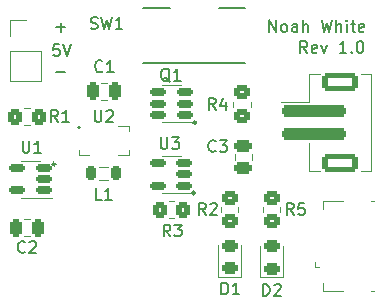
<source format=gto>
G04 #@! TF.GenerationSoftware,KiCad,Pcbnew,(6.0.10)*
G04 #@! TF.CreationDate,2023-02-14T21:15:34-05:00*
G04 #@! TF.ProjectId,lipo_charger,6c69706f-5f63-4686-9172-6765722e6b69,rev?*
G04 #@! TF.SameCoordinates,Original*
G04 #@! TF.FileFunction,Legend,Top*
G04 #@! TF.FilePolarity,Positive*
%FSLAX46Y46*%
G04 Gerber Fmt 4.6, Leading zero omitted, Abs format (unit mm)*
G04 Created by KiCad (PCBNEW (6.0.10)) date 2023-02-14 21:15:34*
%MOMM*%
%LPD*%
G01*
G04 APERTURE LIST*
G04 Aperture macros list*
%AMRoundRect*
0 Rectangle with rounded corners*
0 $1 Rounding radius*
0 $2 $3 $4 $5 $6 $7 $8 $9 X,Y pos of 4 corners*
0 Add a 4 corners polygon primitive as box body*
4,1,4,$2,$3,$4,$5,$6,$7,$8,$9,$2,$3,0*
0 Add four circle primitives for the rounded corners*
1,1,$1+$1,$2,$3*
1,1,$1+$1,$4,$5*
1,1,$1+$1,$6,$7*
1,1,$1+$1,$8,$9*
0 Add four rect primitives between the rounded corners*
20,1,$1+$1,$2,$3,$4,$5,0*
20,1,$1+$1,$4,$5,$6,$7,0*
20,1,$1+$1,$6,$7,$8,$9,0*
20,1,$1+$1,$8,$9,$2,$3,0*%
G04 Aperture macros list end*
%ADD10C,0.215129*%
%ADD11C,0.150000*%
%ADD12C,0.120000*%
%ADD13C,0.160000*%
%ADD14R,1.700000X1.700000*%
%ADD15O,1.700000X1.700000*%
%ADD16RoundRect,0.150000X0.512500X0.150000X-0.512500X0.150000X-0.512500X-0.150000X0.512500X-0.150000X0*%
%ADD17RoundRect,0.250000X-2.500000X0.250000X-2.500000X-0.250000X2.500000X-0.250000X2.500000X0.250000X0*%
%ADD18RoundRect,0.250000X-1.250000X0.550000X-1.250000X-0.550000X1.250000X-0.550000X1.250000X0.550000X0*%
%ADD19O,2.200000X3.500000*%
%ADD20R,1.500000X2.500000*%
%ADD21O,1.500000X2.500000*%
%ADD22RoundRect,0.250000X0.250000X0.475000X-0.250000X0.475000X-0.250000X-0.475000X0.250000X-0.475000X0*%
%ADD23RoundRect,0.250000X-0.350000X-0.450000X0.350000X-0.450000X0.350000X0.450000X-0.350000X0.450000X0*%
%ADD24RoundRect,0.250000X-0.450000X0.350000X-0.450000X-0.350000X0.450000X-0.350000X0.450000X0.350000X0*%
%ADD25RoundRect,0.243750X0.456250X-0.243750X0.456250X0.243750X-0.456250X0.243750X-0.456250X-0.243750X0*%
%ADD26R,0.750000X0.300000*%
%ADD27R,1.600000X1.500000*%
%ADD28RoundRect,0.218750X-0.218750X-0.381250X0.218750X-0.381250X0.218750X0.381250X-0.218750X0.381250X0*%
%ADD29RoundRect,0.250000X0.475000X-0.250000X0.475000X0.250000X-0.475000X0.250000X-0.475000X-0.250000X0*%
%ADD30R,1.400000X0.400000*%
%ADD31O,1.900000X1.050000*%
%ADD32R,1.900000X1.750000*%
%ADD33R,1.450000X1.150000*%
G04 APERTURE END LIST*
D10*
X149807564Y-111500000D02*
G75*
G03*
X149807564Y-111500000I-107564J0D01*
G01*
X149707564Y-117460200D02*
G75*
G03*
X149707564Y-117460200I-107564J0D01*
G01*
X137899164Y-115021800D02*
G75*
G03*
X137899164Y-115021800I-107564J0D01*
G01*
D11*
X138239523Y-104862380D02*
X137763333Y-104862380D01*
X137715714Y-105338571D01*
X137763333Y-105290952D01*
X137858571Y-105243333D01*
X138096666Y-105243333D01*
X138191904Y-105290952D01*
X138239523Y-105338571D01*
X138287142Y-105433809D01*
X138287142Y-105671904D01*
X138239523Y-105767142D01*
X138191904Y-105814761D01*
X138096666Y-105862380D01*
X137858571Y-105862380D01*
X137763333Y-105814761D01*
X137715714Y-105767142D01*
X138572857Y-104862380D02*
X138906190Y-105862380D01*
X139239523Y-104862380D01*
X137998247Y-103449428D02*
X138760152Y-103449428D01*
X138379200Y-103830380D02*
X138379200Y-103068476D01*
X159218571Y-105608380D02*
X158885238Y-105132190D01*
X158647142Y-105608380D02*
X158647142Y-104608380D01*
X159028095Y-104608380D01*
X159123333Y-104656000D01*
X159170952Y-104703619D01*
X159218571Y-104798857D01*
X159218571Y-104941714D01*
X159170952Y-105036952D01*
X159123333Y-105084571D01*
X159028095Y-105132190D01*
X158647142Y-105132190D01*
X160028095Y-105560761D02*
X159932857Y-105608380D01*
X159742380Y-105608380D01*
X159647142Y-105560761D01*
X159599523Y-105465523D01*
X159599523Y-105084571D01*
X159647142Y-104989333D01*
X159742380Y-104941714D01*
X159932857Y-104941714D01*
X160028095Y-104989333D01*
X160075714Y-105084571D01*
X160075714Y-105179809D01*
X159599523Y-105275047D01*
X160409047Y-104941714D02*
X160647142Y-105608380D01*
X160885238Y-104941714D01*
X162551904Y-105608380D02*
X161980476Y-105608380D01*
X162266190Y-105608380D02*
X162266190Y-104608380D01*
X162170952Y-104751238D01*
X162075714Y-104846476D01*
X161980476Y-104894095D01*
X162980476Y-105513142D02*
X163028095Y-105560761D01*
X162980476Y-105608380D01*
X162932857Y-105560761D01*
X162980476Y-105513142D01*
X162980476Y-105608380D01*
X163647142Y-104608380D02*
X163742380Y-104608380D01*
X163837619Y-104656000D01*
X163885238Y-104703619D01*
X163932857Y-104798857D01*
X163980476Y-104989333D01*
X163980476Y-105227428D01*
X163932857Y-105417904D01*
X163885238Y-105513142D01*
X163837619Y-105560761D01*
X163742380Y-105608380D01*
X163647142Y-105608380D01*
X163551904Y-105560761D01*
X163504285Y-105513142D01*
X163456666Y-105417904D01*
X163409047Y-105227428D01*
X163409047Y-104989333D01*
X163456666Y-104798857D01*
X163504285Y-104703619D01*
X163551904Y-104656000D01*
X163647142Y-104608380D01*
X156020000Y-103830380D02*
X156020000Y-102830380D01*
X156591428Y-103830380D01*
X156591428Y-102830380D01*
X157210476Y-103830380D02*
X157115238Y-103782761D01*
X157067619Y-103735142D01*
X157020000Y-103639904D01*
X157020000Y-103354190D01*
X157067619Y-103258952D01*
X157115238Y-103211333D01*
X157210476Y-103163714D01*
X157353333Y-103163714D01*
X157448571Y-103211333D01*
X157496190Y-103258952D01*
X157543809Y-103354190D01*
X157543809Y-103639904D01*
X157496190Y-103735142D01*
X157448571Y-103782761D01*
X157353333Y-103830380D01*
X157210476Y-103830380D01*
X158400952Y-103830380D02*
X158400952Y-103306571D01*
X158353333Y-103211333D01*
X158258095Y-103163714D01*
X158067619Y-103163714D01*
X157972380Y-103211333D01*
X158400952Y-103782761D02*
X158305714Y-103830380D01*
X158067619Y-103830380D01*
X157972380Y-103782761D01*
X157924761Y-103687523D01*
X157924761Y-103592285D01*
X157972380Y-103497047D01*
X158067619Y-103449428D01*
X158305714Y-103449428D01*
X158400952Y-103401809D01*
X158877142Y-103830380D02*
X158877142Y-102830380D01*
X159305714Y-103830380D02*
X159305714Y-103306571D01*
X159258095Y-103211333D01*
X159162857Y-103163714D01*
X159020000Y-103163714D01*
X158924761Y-103211333D01*
X158877142Y-103258952D01*
X160448571Y-102830380D02*
X160686666Y-103830380D01*
X160877142Y-103116095D01*
X161067619Y-103830380D01*
X161305714Y-102830380D01*
X161686666Y-103830380D02*
X161686666Y-102830380D01*
X162115238Y-103830380D02*
X162115238Y-103306571D01*
X162067619Y-103211333D01*
X161972380Y-103163714D01*
X161829523Y-103163714D01*
X161734285Y-103211333D01*
X161686666Y-103258952D01*
X162591428Y-103830380D02*
X162591428Y-103163714D01*
X162591428Y-102830380D02*
X162543809Y-102878000D01*
X162591428Y-102925619D01*
X162639047Y-102878000D01*
X162591428Y-102830380D01*
X162591428Y-102925619D01*
X162924761Y-103163714D02*
X163305714Y-103163714D01*
X163067619Y-102830380D02*
X163067619Y-103687523D01*
X163115238Y-103782761D01*
X163210476Y-103830380D01*
X163305714Y-103830380D01*
X164020000Y-103782761D02*
X163924761Y-103830380D01*
X163734285Y-103830380D01*
X163639047Y-103782761D01*
X163591428Y-103687523D01*
X163591428Y-103306571D01*
X163639047Y-103211333D01*
X163734285Y-103163714D01*
X163924761Y-103163714D01*
X164020000Y-103211333D01*
X164067619Y-103306571D01*
X164067619Y-103401809D01*
X163591428Y-103497047D01*
X137998247Y-107259428D02*
X138760152Y-107259428D01*
X135138095Y-113052380D02*
X135138095Y-113861904D01*
X135185714Y-113957142D01*
X135233333Y-114004761D01*
X135328571Y-114052380D01*
X135519047Y-114052380D01*
X135614285Y-114004761D01*
X135661904Y-113957142D01*
X135709523Y-113861904D01*
X135709523Y-113052380D01*
X136709523Y-114052380D02*
X136138095Y-114052380D01*
X136423809Y-114052380D02*
X136423809Y-113052380D01*
X136328571Y-113195238D01*
X136233333Y-113290476D01*
X136138095Y-113338095D01*
X140906666Y-103528761D02*
X141049523Y-103576380D01*
X141287619Y-103576380D01*
X141382857Y-103528761D01*
X141430476Y-103481142D01*
X141478095Y-103385904D01*
X141478095Y-103290666D01*
X141430476Y-103195428D01*
X141382857Y-103147809D01*
X141287619Y-103100190D01*
X141097142Y-103052571D01*
X141001904Y-103004952D01*
X140954285Y-102957333D01*
X140906666Y-102862095D01*
X140906666Y-102766857D01*
X140954285Y-102671619D01*
X141001904Y-102624000D01*
X141097142Y-102576380D01*
X141335238Y-102576380D01*
X141478095Y-102624000D01*
X141811428Y-102576380D02*
X142049523Y-103576380D01*
X142240000Y-102862095D01*
X142430476Y-103576380D01*
X142668571Y-102576380D01*
X143573333Y-103576380D02*
X143001904Y-103576380D01*
X143287619Y-103576380D02*
X143287619Y-102576380D01*
X143192380Y-102719238D01*
X143097142Y-102814476D01*
X143001904Y-102862095D01*
X135333333Y-122437142D02*
X135285714Y-122484761D01*
X135142857Y-122532380D01*
X135047619Y-122532380D01*
X134904761Y-122484761D01*
X134809523Y-122389523D01*
X134761904Y-122294285D01*
X134714285Y-122103809D01*
X134714285Y-121960952D01*
X134761904Y-121770476D01*
X134809523Y-121675238D01*
X134904761Y-121580000D01*
X135047619Y-121532380D01*
X135142857Y-121532380D01*
X135285714Y-121580000D01*
X135333333Y-121627619D01*
X135714285Y-121627619D02*
X135761904Y-121580000D01*
X135857142Y-121532380D01*
X136095238Y-121532380D01*
X136190476Y-121580000D01*
X136238095Y-121627619D01*
X136285714Y-121722857D01*
X136285714Y-121818095D01*
X136238095Y-121960952D01*
X135666666Y-122532380D01*
X136285714Y-122532380D01*
X147604761Y-108047619D02*
X147509523Y-108000000D01*
X147414285Y-107904761D01*
X147271428Y-107761904D01*
X147176190Y-107714285D01*
X147080952Y-107714285D01*
X147128571Y-107952380D02*
X147033333Y-107904761D01*
X146938095Y-107809523D01*
X146890476Y-107619047D01*
X146890476Y-107285714D01*
X146938095Y-107095238D01*
X147033333Y-107000000D01*
X147128571Y-106952380D01*
X147319047Y-106952380D01*
X147414285Y-107000000D01*
X147509523Y-107095238D01*
X147557142Y-107285714D01*
X147557142Y-107619047D01*
X147509523Y-107809523D01*
X147414285Y-107904761D01*
X147319047Y-107952380D01*
X147128571Y-107952380D01*
X148509523Y-107952380D02*
X147938095Y-107952380D01*
X148223809Y-107952380D02*
X148223809Y-106952380D01*
X148128571Y-107095238D01*
X148033333Y-107190476D01*
X147938095Y-107238095D01*
X147633333Y-121152380D02*
X147300000Y-120676190D01*
X147061904Y-121152380D02*
X147061904Y-120152380D01*
X147442857Y-120152380D01*
X147538095Y-120200000D01*
X147585714Y-120247619D01*
X147633333Y-120342857D01*
X147633333Y-120485714D01*
X147585714Y-120580952D01*
X147538095Y-120628571D01*
X147442857Y-120676190D01*
X147061904Y-120676190D01*
X147966666Y-120152380D02*
X148585714Y-120152380D01*
X148252380Y-120533333D01*
X148395238Y-120533333D01*
X148490476Y-120580952D01*
X148538095Y-120628571D01*
X148585714Y-120723809D01*
X148585714Y-120961904D01*
X148538095Y-121057142D01*
X148490476Y-121104761D01*
X148395238Y-121152380D01*
X148109523Y-121152380D01*
X148014285Y-121104761D01*
X147966666Y-121057142D01*
X138127333Y-111452380D02*
X137794000Y-110976190D01*
X137555904Y-111452380D02*
X137555904Y-110452380D01*
X137936857Y-110452380D01*
X138032095Y-110500000D01*
X138079714Y-110547619D01*
X138127333Y-110642857D01*
X138127333Y-110785714D01*
X138079714Y-110880952D01*
X138032095Y-110928571D01*
X137936857Y-110976190D01*
X137555904Y-110976190D01*
X139079714Y-111452380D02*
X138508285Y-111452380D01*
X138794000Y-111452380D02*
X138794000Y-110452380D01*
X138698761Y-110595238D01*
X138603523Y-110690476D01*
X138508285Y-110738095D01*
X150633333Y-119324380D02*
X150300000Y-118848190D01*
X150061904Y-119324380D02*
X150061904Y-118324380D01*
X150442857Y-118324380D01*
X150538095Y-118372000D01*
X150585714Y-118419619D01*
X150633333Y-118514857D01*
X150633333Y-118657714D01*
X150585714Y-118752952D01*
X150538095Y-118800571D01*
X150442857Y-118848190D01*
X150061904Y-118848190D01*
X151014285Y-118419619D02*
X151061904Y-118372000D01*
X151157142Y-118324380D01*
X151395238Y-118324380D01*
X151490476Y-118372000D01*
X151538095Y-118419619D01*
X151585714Y-118514857D01*
X151585714Y-118610095D01*
X151538095Y-118752952D01*
X150966666Y-119324380D01*
X151585714Y-119324380D01*
X151961904Y-126052380D02*
X151961904Y-125052380D01*
X152200000Y-125052380D01*
X152342857Y-125100000D01*
X152438095Y-125195238D01*
X152485714Y-125290476D01*
X152533333Y-125480952D01*
X152533333Y-125623809D01*
X152485714Y-125814285D01*
X152438095Y-125909523D01*
X152342857Y-126004761D01*
X152200000Y-126052380D01*
X151961904Y-126052380D01*
X153485714Y-126052380D02*
X152914285Y-126052380D01*
X153200000Y-126052380D02*
X153200000Y-125052380D01*
X153104761Y-125195238D01*
X153009523Y-125290476D01*
X152914285Y-125338095D01*
X141224095Y-110450380D02*
X141224095Y-111259904D01*
X141271714Y-111355142D01*
X141319333Y-111402761D01*
X141414571Y-111450380D01*
X141605047Y-111450380D01*
X141700285Y-111402761D01*
X141747904Y-111355142D01*
X141795523Y-111259904D01*
X141795523Y-110450380D01*
X142224095Y-110545619D02*
X142271714Y-110498000D01*
X142366952Y-110450380D01*
X142605047Y-110450380D01*
X142700285Y-110498000D01*
X142747904Y-110545619D01*
X142795523Y-110640857D01*
X142795523Y-110736095D01*
X142747904Y-110878952D01*
X142176476Y-111450380D01*
X142795523Y-111450380D01*
X155471904Y-126182380D02*
X155471904Y-125182380D01*
X155710000Y-125182380D01*
X155852857Y-125230000D01*
X155948095Y-125325238D01*
X155995714Y-125420476D01*
X156043333Y-125610952D01*
X156043333Y-125753809D01*
X155995714Y-125944285D01*
X155948095Y-126039523D01*
X155852857Y-126134761D01*
X155710000Y-126182380D01*
X155471904Y-126182380D01*
X156424285Y-125277619D02*
X156471904Y-125230000D01*
X156567142Y-125182380D01*
X156805238Y-125182380D01*
X156900476Y-125230000D01*
X156948095Y-125277619D01*
X156995714Y-125372857D01*
X156995714Y-125468095D01*
X156948095Y-125610952D01*
X156376666Y-126182380D01*
X156995714Y-126182380D01*
X141819333Y-118054380D02*
X141343142Y-118054380D01*
X141343142Y-117054380D01*
X142676476Y-118054380D02*
X142105047Y-118054380D01*
X142390761Y-118054380D02*
X142390761Y-117054380D01*
X142295523Y-117197238D01*
X142200285Y-117292476D01*
X142105047Y-117340095D01*
X151471333Y-113895142D02*
X151423714Y-113942761D01*
X151280857Y-113990380D01*
X151185619Y-113990380D01*
X151042761Y-113942761D01*
X150947523Y-113847523D01*
X150899904Y-113752285D01*
X150852285Y-113561809D01*
X150852285Y-113418952D01*
X150899904Y-113228476D01*
X150947523Y-113133238D01*
X151042761Y-113038000D01*
X151185619Y-112990380D01*
X151280857Y-112990380D01*
X151423714Y-113038000D01*
X151471333Y-113085619D01*
X151804666Y-112990380D02*
X152423714Y-112990380D01*
X152090380Y-113371333D01*
X152233238Y-113371333D01*
X152328476Y-113418952D01*
X152376095Y-113466571D01*
X152423714Y-113561809D01*
X152423714Y-113799904D01*
X152376095Y-113895142D01*
X152328476Y-113942761D01*
X152233238Y-113990380D01*
X151947523Y-113990380D01*
X151852285Y-113942761D01*
X151804666Y-113895142D01*
X146812095Y-112736380D02*
X146812095Y-113545904D01*
X146859714Y-113641142D01*
X146907333Y-113688761D01*
X147002571Y-113736380D01*
X147193047Y-113736380D01*
X147288285Y-113688761D01*
X147335904Y-113641142D01*
X147383523Y-113545904D01*
X147383523Y-112736380D01*
X147764476Y-112736380D02*
X148383523Y-112736380D01*
X148050190Y-113117333D01*
X148193047Y-113117333D01*
X148288285Y-113164952D01*
X148335904Y-113212571D01*
X148383523Y-113307809D01*
X148383523Y-113545904D01*
X148335904Y-113641142D01*
X148288285Y-113688761D01*
X148193047Y-113736380D01*
X147907333Y-113736380D01*
X147812095Y-113688761D01*
X147764476Y-113641142D01*
X151471333Y-110434380D02*
X151138000Y-109958190D01*
X150899904Y-110434380D02*
X150899904Y-109434380D01*
X151280857Y-109434380D01*
X151376095Y-109482000D01*
X151423714Y-109529619D01*
X151471333Y-109624857D01*
X151471333Y-109767714D01*
X151423714Y-109862952D01*
X151376095Y-109910571D01*
X151280857Y-109958190D01*
X150899904Y-109958190D01*
X152328476Y-109767714D02*
X152328476Y-110434380D01*
X152090380Y-109386761D02*
X151852285Y-110101047D01*
X152471333Y-110101047D01*
X158075333Y-119324380D02*
X157742000Y-118848190D01*
X157503904Y-119324380D02*
X157503904Y-118324380D01*
X157884857Y-118324380D01*
X157980095Y-118372000D01*
X158027714Y-118419619D01*
X158075333Y-118514857D01*
X158075333Y-118657714D01*
X158027714Y-118752952D01*
X157980095Y-118800571D01*
X157884857Y-118848190D01*
X157503904Y-118848190D01*
X158980095Y-118324380D02*
X158503904Y-118324380D01*
X158456285Y-118800571D01*
X158503904Y-118752952D01*
X158599142Y-118705333D01*
X158837238Y-118705333D01*
X158932476Y-118752952D01*
X158980095Y-118800571D01*
X159027714Y-118895809D01*
X159027714Y-119133904D01*
X158980095Y-119229142D01*
X158932476Y-119276761D01*
X158837238Y-119324380D01*
X158599142Y-119324380D01*
X158503904Y-119276761D01*
X158456285Y-119229142D01*
X141884733Y-107141542D02*
X141837114Y-107189161D01*
X141694257Y-107236780D01*
X141599019Y-107236780D01*
X141456161Y-107189161D01*
X141360923Y-107093923D01*
X141313304Y-106998685D01*
X141265685Y-106808209D01*
X141265685Y-106665352D01*
X141313304Y-106474876D01*
X141360923Y-106379638D01*
X141456161Y-106284400D01*
X141599019Y-106236780D01*
X141694257Y-106236780D01*
X141837114Y-106284400D01*
X141884733Y-106332019D01*
X142837114Y-107236780D02*
X142265685Y-107236780D01*
X142551400Y-107236780D02*
X142551400Y-106236780D01*
X142456161Y-106379638D01*
X142360923Y-106474876D01*
X142265685Y-106522495D01*
D12*
X134052000Y-108010000D02*
X136712000Y-108010000D01*
X134052000Y-102810000D02*
X135382000Y-102810000D01*
X134052000Y-105410000D02*
X136712000Y-105410000D01*
X134052000Y-104140000D02*
X134052000Y-102810000D01*
X134052000Y-105410000D02*
X134052000Y-108010000D01*
X136712000Y-105410000D02*
X136712000Y-108010000D01*
X135800000Y-117860000D02*
X135000000Y-117860000D01*
X135800000Y-114740000D02*
X136600000Y-114740000D01*
X135800000Y-117860000D02*
X137600000Y-117860000D01*
X135800000Y-114740000D02*
X135000000Y-114740000D01*
X159422000Y-115575000D02*
X159422000Y-113250000D01*
X160272000Y-107405000D02*
X159422000Y-107405000D01*
X164642000Y-115575000D02*
X163792000Y-115575000D01*
X160272000Y-115575000D02*
X159422000Y-115575000D01*
X159422000Y-109730000D02*
X157032000Y-109730000D01*
X163792000Y-107405000D02*
X164642000Y-107405000D01*
X159422000Y-107405000D02*
X159422000Y-109730000D01*
X164642000Y-107405000D02*
X164642000Y-115575000D01*
D11*
X153938000Y-106440000D02*
X145338000Y-106440000D01*
X153938000Y-101840000D02*
X151738000Y-101840000D01*
X147638000Y-101840000D02*
X145338000Y-101840000D01*
D12*
X135761252Y-119665000D02*
X135238748Y-119665000D01*
X135761252Y-121135000D02*
X135238748Y-121135000D01*
X147726400Y-108345800D02*
X148526400Y-108345800D01*
X147726400Y-111465800D02*
X146926400Y-111465800D01*
X147726400Y-111465800D02*
X149526400Y-111465800D01*
X147726400Y-108345800D02*
X146926400Y-108345800D01*
X147499336Y-119607000D02*
X147953464Y-119607000D01*
X147499336Y-118137000D02*
X147953464Y-118137000D01*
X135272936Y-110265000D02*
X135727064Y-110265000D01*
X135272936Y-111735000D02*
X135727064Y-111735000D01*
X153389000Y-118644936D02*
X153389000Y-119099064D01*
X151919000Y-118644936D02*
X151919000Y-119099064D01*
X151694000Y-121857500D02*
X151694000Y-124542500D01*
X153614000Y-124542500D02*
X153614000Y-121857500D01*
X151694000Y-124542500D02*
X153614000Y-124542500D01*
X144129900Y-111838600D02*
X143229900Y-111838600D01*
X144129900Y-114238600D02*
X143229900Y-114238600D01*
X139879900Y-113838600D02*
X139879900Y-114238600D01*
X139879900Y-114238600D02*
X140779900Y-114238600D01*
X144129900Y-113838600D02*
X144129900Y-114238600D01*
X144129900Y-112238600D02*
X144129900Y-111838600D01*
D13*
X139989900Y-111898600D02*
G75*
G03*
X139989900Y-111898600I-80000J0D01*
G01*
D12*
X155250000Y-124621000D02*
X157170000Y-124621000D01*
X155250000Y-121936000D02*
X155250000Y-124621000D01*
X157170000Y-124621000D02*
X157170000Y-121936000D01*
X141586378Y-116358600D02*
X142385622Y-116358600D01*
X141586378Y-115238600D02*
X142385622Y-115238600D01*
X153087400Y-114688252D02*
X153087400Y-114165748D01*
X154557400Y-114688252D02*
X154557400Y-114165748D01*
X147701000Y-114340200D02*
X146901000Y-114340200D01*
X147701000Y-114340200D02*
X148501000Y-114340200D01*
X147701000Y-117460200D02*
X146901000Y-117460200D01*
X147701000Y-117460200D02*
X149501000Y-117460200D01*
X154430400Y-109729536D02*
X154430400Y-110183664D01*
X152960400Y-109729536D02*
X152960400Y-110183664D01*
X155475000Y-118644936D02*
X155475000Y-119099064D01*
X156945000Y-118644936D02*
X156945000Y-119099064D01*
X142272652Y-109599400D02*
X141750148Y-109599400D01*
X142272652Y-108129400D02*
X141750148Y-108129400D01*
X159870000Y-123740000D02*
X159870000Y-123290000D01*
X159870000Y-123740000D02*
X160260000Y-123740000D01*
X160570000Y-125790000D02*
X160570000Y-125130000D01*
X162300000Y-125790000D02*
X160570000Y-125790000D01*
X164870000Y-125790000D02*
X164660000Y-125790000D01*
X164870000Y-118170000D02*
X164660000Y-118170000D01*
X160570000Y-118170000D02*
X160570000Y-118820000D01*
X162300000Y-118170000D02*
X160570000Y-118170000D01*
%LPC*%
D14*
X135382000Y-104140000D03*
D15*
X135382000Y-106680000D03*
D16*
X136937500Y-117250000D03*
X136937500Y-116300000D03*
X136937500Y-115350000D03*
X134662500Y-115350000D03*
X134662500Y-117250000D03*
D17*
X159782000Y-110490000D03*
X159782000Y-112490000D03*
D18*
X162032000Y-108090000D03*
X162032000Y-114890000D03*
D19*
X145538000Y-104140000D03*
X153738000Y-104140000D03*
D20*
X151638000Y-104140000D03*
D21*
X149638000Y-104140000D03*
X147638000Y-104140000D03*
D22*
X136450000Y-120400000D03*
X134550000Y-120400000D03*
D16*
X148863900Y-110855800D03*
X148863900Y-109905800D03*
X148863900Y-108955800D03*
X146588900Y-108955800D03*
X146588900Y-109905800D03*
X146588900Y-110855800D03*
D23*
X146726400Y-118872000D03*
X148726400Y-118872000D03*
X134500000Y-111000000D03*
X136500000Y-111000000D03*
D24*
X152654000Y-117872000D03*
X152654000Y-119872000D03*
D25*
X152654000Y-123795000D03*
X152654000Y-121920000D03*
D26*
X140354900Y-112288600D03*
X140354900Y-112788600D03*
X140354900Y-113288600D03*
X140354900Y-113788600D03*
X143659900Y-113788600D03*
X143659900Y-113288600D03*
X143659900Y-112788600D03*
X143659900Y-112288600D03*
D27*
X142029900Y-113038600D03*
D25*
X156210000Y-123873500D03*
X156210000Y-121998500D03*
D28*
X140923500Y-115798600D03*
X143048500Y-115798600D03*
D29*
X153822400Y-115377000D03*
X153822400Y-113477000D03*
D16*
X148838500Y-116850200D03*
X148838500Y-115900200D03*
X148838500Y-114950200D03*
X146563500Y-114950200D03*
X146563500Y-116850200D03*
D24*
X153695400Y-108956600D03*
X153695400Y-110956600D03*
X156210000Y-117872000D03*
X156210000Y-119872000D03*
D22*
X142961400Y-108864400D03*
X141061400Y-108864400D03*
D30*
X160830000Y-123280000D03*
X160830000Y-122630000D03*
X160830000Y-121980000D03*
X160830000Y-121330000D03*
X160830000Y-120680000D03*
D31*
X163480000Y-118405000D03*
D32*
X163480000Y-123105000D03*
X163480000Y-120855000D03*
D33*
X161250000Y-124300000D03*
X161250000Y-119660000D03*
D31*
X163480000Y-125555000D03*
M02*

</source>
